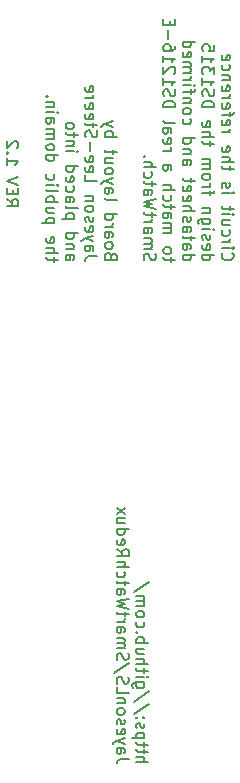
<source format=gbo>
%TF.GenerationSoftware,KiCad,Pcbnew,(5.1.9)-1*%
%TF.CreationDate,2021-05-18T21:14:01+08:00*%
%TF.ProjectId,SmartWatchRedux-E-SMT,536d6172-7457-4617-9463-685265647578,rev?*%
%TF.SameCoordinates,Original*%
%TF.FileFunction,Legend,Bot*%
%TF.FilePolarity,Positive*%
%FSLAX46Y46*%
G04 Gerber Fmt 4.6, Leading zero omitted, Abs format (unit mm)*
G04 Created by KiCad (PCBNEW (5.1.9)-1) date 2021-05-18 21:14:01*
%MOMM*%
%LPD*%
G01*
G04 APERTURE LIST*
%ADD10C,0.150000*%
G04 APERTURE END LIST*
D10*
X106227619Y-47227857D02*
X106703809Y-47561190D01*
X106227619Y-47799285D02*
X107227619Y-47799285D01*
X107227619Y-47418333D01*
X107180000Y-47323095D01*
X107132380Y-47275476D01*
X107037142Y-47227857D01*
X106894285Y-47227857D01*
X106799047Y-47275476D01*
X106751428Y-47323095D01*
X106703809Y-47418333D01*
X106703809Y-47799285D01*
X106751428Y-46799285D02*
X106751428Y-46465952D01*
X106227619Y-46323095D02*
X106227619Y-46799285D01*
X107227619Y-46799285D01*
X107227619Y-46323095D01*
X107227619Y-46037380D02*
X106227619Y-45704047D01*
X107227619Y-45370714D01*
X106227619Y-43751666D02*
X106227619Y-44323095D01*
X106227619Y-44037380D02*
X107227619Y-44037380D01*
X107084761Y-44132619D01*
X106989523Y-44227857D01*
X106941904Y-44323095D01*
X106322857Y-43323095D02*
X106275238Y-43275476D01*
X106227619Y-43323095D01*
X106275238Y-43370714D01*
X106322857Y-43323095D01*
X106227619Y-43323095D01*
X107132380Y-42894523D02*
X107180000Y-42846904D01*
X107227619Y-42751666D01*
X107227619Y-42513571D01*
X107180000Y-42418333D01*
X107132380Y-42370714D01*
X107037142Y-42323095D01*
X106941904Y-42323095D01*
X106799047Y-42370714D01*
X106227619Y-42942142D01*
X106227619Y-42323095D01*
X117212619Y-94914404D02*
X118212619Y-94914404D01*
X117212619Y-94485833D02*
X117736428Y-94485833D01*
X117831666Y-94533452D01*
X117879285Y-94628690D01*
X117879285Y-94771547D01*
X117831666Y-94866785D01*
X117784047Y-94914404D01*
X117879285Y-94152500D02*
X117879285Y-93771547D01*
X118212619Y-94009642D02*
X117355476Y-94009642D01*
X117260238Y-93962023D01*
X117212619Y-93866785D01*
X117212619Y-93771547D01*
X117879285Y-93581071D02*
X117879285Y-93200119D01*
X118212619Y-93438214D02*
X117355476Y-93438214D01*
X117260238Y-93390595D01*
X117212619Y-93295357D01*
X117212619Y-93200119D01*
X117879285Y-92866785D02*
X116879285Y-92866785D01*
X117831666Y-92866785D02*
X117879285Y-92771547D01*
X117879285Y-92581071D01*
X117831666Y-92485833D01*
X117784047Y-92438214D01*
X117688809Y-92390595D01*
X117403095Y-92390595D01*
X117307857Y-92438214D01*
X117260238Y-92485833D01*
X117212619Y-92581071D01*
X117212619Y-92771547D01*
X117260238Y-92866785D01*
X117260238Y-92009642D02*
X117212619Y-91914404D01*
X117212619Y-91723928D01*
X117260238Y-91628690D01*
X117355476Y-91581071D01*
X117403095Y-91581071D01*
X117498333Y-91628690D01*
X117545952Y-91723928D01*
X117545952Y-91866785D01*
X117593571Y-91962023D01*
X117688809Y-92009642D01*
X117736428Y-92009642D01*
X117831666Y-91962023D01*
X117879285Y-91866785D01*
X117879285Y-91723928D01*
X117831666Y-91628690D01*
X117307857Y-91152500D02*
X117260238Y-91104880D01*
X117212619Y-91152500D01*
X117260238Y-91200119D01*
X117307857Y-91152500D01*
X117212619Y-91152500D01*
X117831666Y-91152500D02*
X117784047Y-91104880D01*
X117736428Y-91152500D01*
X117784047Y-91200119D01*
X117831666Y-91152500D01*
X117736428Y-91152500D01*
X118260238Y-89962023D02*
X116974523Y-90819166D01*
X118260238Y-88914404D02*
X116974523Y-89771547D01*
X117879285Y-88152500D02*
X117069761Y-88152500D01*
X116974523Y-88200119D01*
X116926904Y-88247738D01*
X116879285Y-88342976D01*
X116879285Y-88485833D01*
X116926904Y-88581071D01*
X117260238Y-88152500D02*
X117212619Y-88247738D01*
X117212619Y-88438214D01*
X117260238Y-88533452D01*
X117307857Y-88581071D01*
X117403095Y-88628690D01*
X117688809Y-88628690D01*
X117784047Y-88581071D01*
X117831666Y-88533452D01*
X117879285Y-88438214D01*
X117879285Y-88247738D01*
X117831666Y-88152500D01*
X117212619Y-87676309D02*
X117879285Y-87676309D01*
X118212619Y-87676309D02*
X118165000Y-87723928D01*
X118117380Y-87676309D01*
X118165000Y-87628690D01*
X118212619Y-87676309D01*
X118117380Y-87676309D01*
X117879285Y-87342976D02*
X117879285Y-86962023D01*
X118212619Y-87200119D02*
X117355476Y-87200119D01*
X117260238Y-87152500D01*
X117212619Y-87057261D01*
X117212619Y-86962023D01*
X117212619Y-86628690D02*
X118212619Y-86628690D01*
X117212619Y-86200119D02*
X117736428Y-86200119D01*
X117831666Y-86247738D01*
X117879285Y-86342976D01*
X117879285Y-86485833D01*
X117831666Y-86581071D01*
X117784047Y-86628690D01*
X117879285Y-85295357D02*
X117212619Y-85295357D01*
X117879285Y-85723928D02*
X117355476Y-85723928D01*
X117260238Y-85676309D01*
X117212619Y-85581071D01*
X117212619Y-85438214D01*
X117260238Y-85342976D01*
X117307857Y-85295357D01*
X117212619Y-84819166D02*
X118212619Y-84819166D01*
X117831666Y-84819166D02*
X117879285Y-84723928D01*
X117879285Y-84533452D01*
X117831666Y-84438214D01*
X117784047Y-84390595D01*
X117688809Y-84342976D01*
X117403095Y-84342976D01*
X117307857Y-84390595D01*
X117260238Y-84438214D01*
X117212619Y-84533452D01*
X117212619Y-84723928D01*
X117260238Y-84819166D01*
X117307857Y-83914404D02*
X117260238Y-83866785D01*
X117212619Y-83914404D01*
X117260238Y-83962023D01*
X117307857Y-83914404D01*
X117212619Y-83914404D01*
X117260238Y-83009642D02*
X117212619Y-83104880D01*
X117212619Y-83295357D01*
X117260238Y-83390595D01*
X117307857Y-83438214D01*
X117403095Y-83485833D01*
X117688809Y-83485833D01*
X117784047Y-83438214D01*
X117831666Y-83390595D01*
X117879285Y-83295357D01*
X117879285Y-83104880D01*
X117831666Y-83009642D01*
X117212619Y-82438214D02*
X117260238Y-82533452D01*
X117307857Y-82581071D01*
X117403095Y-82628690D01*
X117688809Y-82628690D01*
X117784047Y-82581071D01*
X117831666Y-82533452D01*
X117879285Y-82438214D01*
X117879285Y-82295357D01*
X117831666Y-82200119D01*
X117784047Y-82152500D01*
X117688809Y-82104880D01*
X117403095Y-82104880D01*
X117307857Y-82152500D01*
X117260238Y-82200119D01*
X117212619Y-82295357D01*
X117212619Y-82438214D01*
X117212619Y-81676309D02*
X117879285Y-81676309D01*
X117784047Y-81676309D02*
X117831666Y-81628690D01*
X117879285Y-81533452D01*
X117879285Y-81390595D01*
X117831666Y-81295357D01*
X117736428Y-81247738D01*
X117212619Y-81247738D01*
X117736428Y-81247738D02*
X117831666Y-81200119D01*
X117879285Y-81104880D01*
X117879285Y-80962023D01*
X117831666Y-80866785D01*
X117736428Y-80819166D01*
X117212619Y-80819166D01*
X118260238Y-79628690D02*
X116974523Y-80485833D01*
X116562619Y-94628690D02*
X115848333Y-94628690D01*
X115705476Y-94676309D01*
X115610238Y-94771547D01*
X115562619Y-94914404D01*
X115562619Y-95009642D01*
X115562619Y-93723928D02*
X116086428Y-93723928D01*
X116181666Y-93771547D01*
X116229285Y-93866785D01*
X116229285Y-94057261D01*
X116181666Y-94152500D01*
X115610238Y-93723928D02*
X115562619Y-93819166D01*
X115562619Y-94057261D01*
X115610238Y-94152500D01*
X115705476Y-94200119D01*
X115800714Y-94200119D01*
X115895952Y-94152500D01*
X115943571Y-94057261D01*
X115943571Y-93819166D01*
X115991190Y-93723928D01*
X116229285Y-93342976D02*
X115562619Y-93104880D01*
X116229285Y-92866785D02*
X115562619Y-93104880D01*
X115324523Y-93200119D01*
X115276904Y-93247738D01*
X115229285Y-93342976D01*
X115610238Y-92104880D02*
X115562619Y-92200119D01*
X115562619Y-92390595D01*
X115610238Y-92485833D01*
X115705476Y-92533452D01*
X116086428Y-92533452D01*
X116181666Y-92485833D01*
X116229285Y-92390595D01*
X116229285Y-92200119D01*
X116181666Y-92104880D01*
X116086428Y-92057261D01*
X115991190Y-92057261D01*
X115895952Y-92533452D01*
X115610238Y-91676309D02*
X115562619Y-91581071D01*
X115562619Y-91390595D01*
X115610238Y-91295357D01*
X115705476Y-91247738D01*
X115753095Y-91247738D01*
X115848333Y-91295357D01*
X115895952Y-91390595D01*
X115895952Y-91533452D01*
X115943571Y-91628690D01*
X116038809Y-91676309D01*
X116086428Y-91676309D01*
X116181666Y-91628690D01*
X116229285Y-91533452D01*
X116229285Y-91390595D01*
X116181666Y-91295357D01*
X115562619Y-90676309D02*
X115610238Y-90771547D01*
X115657857Y-90819166D01*
X115753095Y-90866785D01*
X116038809Y-90866785D01*
X116134047Y-90819166D01*
X116181666Y-90771547D01*
X116229285Y-90676309D01*
X116229285Y-90533452D01*
X116181666Y-90438214D01*
X116134047Y-90390595D01*
X116038809Y-90342976D01*
X115753095Y-90342976D01*
X115657857Y-90390595D01*
X115610238Y-90438214D01*
X115562619Y-90533452D01*
X115562619Y-90676309D01*
X116229285Y-89914404D02*
X115562619Y-89914404D01*
X116134047Y-89914404D02*
X116181666Y-89866785D01*
X116229285Y-89771547D01*
X116229285Y-89628690D01*
X116181666Y-89533452D01*
X116086428Y-89485833D01*
X115562619Y-89485833D01*
X115562619Y-88533452D02*
X115562619Y-89009642D01*
X116562619Y-89009642D01*
X115610238Y-88247738D02*
X115562619Y-88104880D01*
X115562619Y-87866785D01*
X115610238Y-87771547D01*
X115657857Y-87723928D01*
X115753095Y-87676309D01*
X115848333Y-87676309D01*
X115943571Y-87723928D01*
X115991190Y-87771547D01*
X116038809Y-87866785D01*
X116086428Y-88057261D01*
X116134047Y-88152500D01*
X116181666Y-88200119D01*
X116276904Y-88247738D01*
X116372142Y-88247738D01*
X116467380Y-88200119D01*
X116515000Y-88152500D01*
X116562619Y-88057261D01*
X116562619Y-87819166D01*
X116515000Y-87676309D01*
X116610238Y-86533452D02*
X115324523Y-87390595D01*
X115610238Y-86247738D02*
X115562619Y-86104880D01*
X115562619Y-85866785D01*
X115610238Y-85771547D01*
X115657857Y-85723928D01*
X115753095Y-85676309D01*
X115848333Y-85676309D01*
X115943571Y-85723928D01*
X115991190Y-85771547D01*
X116038809Y-85866785D01*
X116086428Y-86057261D01*
X116134047Y-86152500D01*
X116181666Y-86200119D01*
X116276904Y-86247738D01*
X116372142Y-86247738D01*
X116467380Y-86200119D01*
X116515000Y-86152500D01*
X116562619Y-86057261D01*
X116562619Y-85819166D01*
X116515000Y-85676309D01*
X115562619Y-85247738D02*
X116229285Y-85247738D01*
X116134047Y-85247738D02*
X116181666Y-85200119D01*
X116229285Y-85104880D01*
X116229285Y-84962023D01*
X116181666Y-84866785D01*
X116086428Y-84819166D01*
X115562619Y-84819166D01*
X116086428Y-84819166D02*
X116181666Y-84771547D01*
X116229285Y-84676309D01*
X116229285Y-84533452D01*
X116181666Y-84438214D01*
X116086428Y-84390595D01*
X115562619Y-84390595D01*
X115562619Y-83485833D02*
X116086428Y-83485833D01*
X116181666Y-83533452D01*
X116229285Y-83628690D01*
X116229285Y-83819166D01*
X116181666Y-83914404D01*
X115610238Y-83485833D02*
X115562619Y-83581071D01*
X115562619Y-83819166D01*
X115610238Y-83914404D01*
X115705476Y-83962023D01*
X115800714Y-83962023D01*
X115895952Y-83914404D01*
X115943571Y-83819166D01*
X115943571Y-83581071D01*
X115991190Y-83485833D01*
X115562619Y-83009642D02*
X116229285Y-83009642D01*
X116038809Y-83009642D02*
X116134047Y-82962023D01*
X116181666Y-82914404D01*
X116229285Y-82819166D01*
X116229285Y-82723928D01*
X116229285Y-82533452D02*
X116229285Y-82152500D01*
X116562619Y-82390595D02*
X115705476Y-82390595D01*
X115610238Y-82342976D01*
X115562619Y-82247738D01*
X115562619Y-82152500D01*
X116562619Y-81914404D02*
X115562619Y-81676309D01*
X116276904Y-81485833D01*
X115562619Y-81295357D01*
X116562619Y-81057261D01*
X115562619Y-80247738D02*
X116086428Y-80247738D01*
X116181666Y-80295357D01*
X116229285Y-80390595D01*
X116229285Y-80581071D01*
X116181666Y-80676309D01*
X115610238Y-80247738D02*
X115562619Y-80342976D01*
X115562619Y-80581071D01*
X115610238Y-80676309D01*
X115705476Y-80723928D01*
X115800714Y-80723928D01*
X115895952Y-80676309D01*
X115943571Y-80581071D01*
X115943571Y-80342976D01*
X115991190Y-80247738D01*
X116229285Y-79914404D02*
X116229285Y-79533452D01*
X116562619Y-79771547D02*
X115705476Y-79771547D01*
X115610238Y-79723928D01*
X115562619Y-79628690D01*
X115562619Y-79533452D01*
X115610238Y-78771547D02*
X115562619Y-78866785D01*
X115562619Y-79057261D01*
X115610238Y-79152500D01*
X115657857Y-79200119D01*
X115753095Y-79247738D01*
X116038809Y-79247738D01*
X116134047Y-79200119D01*
X116181666Y-79152500D01*
X116229285Y-79057261D01*
X116229285Y-78866785D01*
X116181666Y-78771547D01*
X115562619Y-78342976D02*
X116562619Y-78342976D01*
X115562619Y-77914404D02*
X116086428Y-77914404D01*
X116181666Y-77962023D01*
X116229285Y-78057261D01*
X116229285Y-78200119D01*
X116181666Y-78295357D01*
X116134047Y-78342976D01*
X115562619Y-76866785D02*
X116038809Y-77200119D01*
X115562619Y-77438214D02*
X116562619Y-77438214D01*
X116562619Y-77057261D01*
X116515000Y-76962023D01*
X116467380Y-76914404D01*
X116372142Y-76866785D01*
X116229285Y-76866785D01*
X116134047Y-76914404D01*
X116086428Y-76962023D01*
X116038809Y-77057261D01*
X116038809Y-77438214D01*
X115610238Y-76057261D02*
X115562619Y-76152500D01*
X115562619Y-76342976D01*
X115610238Y-76438214D01*
X115705476Y-76485833D01*
X116086428Y-76485833D01*
X116181666Y-76438214D01*
X116229285Y-76342976D01*
X116229285Y-76152500D01*
X116181666Y-76057261D01*
X116086428Y-76009642D01*
X115991190Y-76009642D01*
X115895952Y-76485833D01*
X115562619Y-75152500D02*
X116562619Y-75152500D01*
X115610238Y-75152500D02*
X115562619Y-75247738D01*
X115562619Y-75438214D01*
X115610238Y-75533452D01*
X115657857Y-75581071D01*
X115753095Y-75628690D01*
X116038809Y-75628690D01*
X116134047Y-75581071D01*
X116181666Y-75533452D01*
X116229285Y-75438214D01*
X116229285Y-75247738D01*
X116181666Y-75152500D01*
X116229285Y-74247738D02*
X115562619Y-74247738D01*
X116229285Y-74676309D02*
X115705476Y-74676309D01*
X115610238Y-74628690D01*
X115562619Y-74533452D01*
X115562619Y-74390595D01*
X115610238Y-74295357D01*
X115657857Y-74247738D01*
X115562619Y-73866785D02*
X116229285Y-73342976D01*
X116229285Y-73866785D02*
X115562619Y-73342976D01*
X124542857Y-51797976D02*
X124495238Y-51845595D01*
X124447619Y-51988452D01*
X124447619Y-52083690D01*
X124495238Y-52226547D01*
X124590476Y-52321785D01*
X124685714Y-52369404D01*
X124876190Y-52417023D01*
X125019047Y-52417023D01*
X125209523Y-52369404D01*
X125304761Y-52321785D01*
X125400000Y-52226547D01*
X125447619Y-52083690D01*
X125447619Y-51988452D01*
X125400000Y-51845595D01*
X125352380Y-51797976D01*
X124447619Y-51369404D02*
X125114285Y-51369404D01*
X125447619Y-51369404D02*
X125400000Y-51417023D01*
X125352380Y-51369404D01*
X125400000Y-51321785D01*
X125447619Y-51369404D01*
X125352380Y-51369404D01*
X124447619Y-50893214D02*
X125114285Y-50893214D01*
X124923809Y-50893214D02*
X125019047Y-50845595D01*
X125066666Y-50797976D01*
X125114285Y-50702738D01*
X125114285Y-50607500D01*
X124495238Y-49845595D02*
X124447619Y-49940833D01*
X124447619Y-50131309D01*
X124495238Y-50226547D01*
X124542857Y-50274166D01*
X124638095Y-50321785D01*
X124923809Y-50321785D01*
X125019047Y-50274166D01*
X125066666Y-50226547D01*
X125114285Y-50131309D01*
X125114285Y-49940833D01*
X125066666Y-49845595D01*
X125114285Y-48988452D02*
X124447619Y-48988452D01*
X125114285Y-49417023D02*
X124590476Y-49417023D01*
X124495238Y-49369404D01*
X124447619Y-49274166D01*
X124447619Y-49131309D01*
X124495238Y-49036071D01*
X124542857Y-48988452D01*
X124447619Y-48512261D02*
X125114285Y-48512261D01*
X125447619Y-48512261D02*
X125400000Y-48559880D01*
X125352380Y-48512261D01*
X125400000Y-48464642D01*
X125447619Y-48512261D01*
X125352380Y-48512261D01*
X125114285Y-48178928D02*
X125114285Y-47797976D01*
X125447619Y-48036071D02*
X124590476Y-48036071D01*
X124495238Y-47988452D01*
X124447619Y-47893214D01*
X124447619Y-47797976D01*
X124447619Y-46702738D02*
X125114285Y-46702738D01*
X125447619Y-46702738D02*
X125400000Y-46750357D01*
X125352380Y-46702738D01*
X125400000Y-46655119D01*
X125447619Y-46702738D01*
X125352380Y-46702738D01*
X124495238Y-46274166D02*
X124447619Y-46178928D01*
X124447619Y-45988452D01*
X124495238Y-45893214D01*
X124590476Y-45845595D01*
X124638095Y-45845595D01*
X124733333Y-45893214D01*
X124780952Y-45988452D01*
X124780952Y-46131309D01*
X124828571Y-46226547D01*
X124923809Y-46274166D01*
X124971428Y-46274166D01*
X125066666Y-46226547D01*
X125114285Y-46131309D01*
X125114285Y-45988452D01*
X125066666Y-45893214D01*
X125114285Y-44797976D02*
X125114285Y-44417023D01*
X125447619Y-44655119D02*
X124590476Y-44655119D01*
X124495238Y-44607500D01*
X124447619Y-44512261D01*
X124447619Y-44417023D01*
X124447619Y-44083690D02*
X125447619Y-44083690D01*
X124447619Y-43655119D02*
X124971428Y-43655119D01*
X125066666Y-43702738D01*
X125114285Y-43797976D01*
X125114285Y-43940833D01*
X125066666Y-44036071D01*
X125019047Y-44083690D01*
X124495238Y-42797976D02*
X124447619Y-42893214D01*
X124447619Y-43083690D01*
X124495238Y-43178928D01*
X124590476Y-43226547D01*
X124971428Y-43226547D01*
X125066666Y-43178928D01*
X125114285Y-43083690D01*
X125114285Y-42893214D01*
X125066666Y-42797976D01*
X124971428Y-42750357D01*
X124876190Y-42750357D01*
X124780952Y-43226547D01*
X124447619Y-41559880D02*
X125114285Y-41559880D01*
X124923809Y-41559880D02*
X125019047Y-41512261D01*
X125066666Y-41464642D01*
X125114285Y-41369404D01*
X125114285Y-41274166D01*
X124495238Y-40559880D02*
X124447619Y-40655119D01*
X124447619Y-40845595D01*
X124495238Y-40940833D01*
X124590476Y-40988452D01*
X124971428Y-40988452D01*
X125066666Y-40940833D01*
X125114285Y-40845595D01*
X125114285Y-40655119D01*
X125066666Y-40559880D01*
X124971428Y-40512261D01*
X124876190Y-40512261D01*
X124780952Y-40988452D01*
X125114285Y-40226547D02*
X125114285Y-39845595D01*
X124447619Y-40083690D02*
X125304761Y-40083690D01*
X125400000Y-40036071D01*
X125447619Y-39940833D01*
X125447619Y-39845595D01*
X124495238Y-39131309D02*
X124447619Y-39226547D01*
X124447619Y-39417023D01*
X124495238Y-39512261D01*
X124590476Y-39559880D01*
X124971428Y-39559880D01*
X125066666Y-39512261D01*
X125114285Y-39417023D01*
X125114285Y-39226547D01*
X125066666Y-39131309D01*
X124971428Y-39083690D01*
X124876190Y-39083690D01*
X124780952Y-39559880D01*
X124447619Y-38655119D02*
X125114285Y-38655119D01*
X124923809Y-38655119D02*
X125019047Y-38607500D01*
X125066666Y-38559880D01*
X125114285Y-38464642D01*
X125114285Y-38369404D01*
X124495238Y-37655119D02*
X124447619Y-37750357D01*
X124447619Y-37940833D01*
X124495238Y-38036071D01*
X124590476Y-38083690D01*
X124971428Y-38083690D01*
X125066666Y-38036071D01*
X125114285Y-37940833D01*
X125114285Y-37750357D01*
X125066666Y-37655119D01*
X124971428Y-37607500D01*
X124876190Y-37607500D01*
X124780952Y-38083690D01*
X125114285Y-37178928D02*
X124447619Y-37178928D01*
X125019047Y-37178928D02*
X125066666Y-37131309D01*
X125114285Y-37036071D01*
X125114285Y-36893214D01*
X125066666Y-36797976D01*
X124971428Y-36750357D01*
X124447619Y-36750357D01*
X124495238Y-35845595D02*
X124447619Y-35940833D01*
X124447619Y-36131309D01*
X124495238Y-36226547D01*
X124542857Y-36274166D01*
X124638095Y-36321785D01*
X124923809Y-36321785D01*
X125019047Y-36274166D01*
X125066666Y-36226547D01*
X125114285Y-36131309D01*
X125114285Y-35940833D01*
X125066666Y-35845595D01*
X124495238Y-35036071D02*
X124447619Y-35131309D01*
X124447619Y-35321785D01*
X124495238Y-35417023D01*
X124590476Y-35464642D01*
X124971428Y-35464642D01*
X125066666Y-35417023D01*
X125114285Y-35321785D01*
X125114285Y-35131309D01*
X125066666Y-35036071D01*
X124971428Y-34988452D01*
X124876190Y-34988452D01*
X124780952Y-35464642D01*
X122797619Y-51940833D02*
X123797619Y-51940833D01*
X122845238Y-51940833D02*
X122797619Y-52036071D01*
X122797619Y-52226547D01*
X122845238Y-52321785D01*
X122892857Y-52369404D01*
X122988095Y-52417023D01*
X123273809Y-52417023D01*
X123369047Y-52369404D01*
X123416666Y-52321785D01*
X123464285Y-52226547D01*
X123464285Y-52036071D01*
X123416666Y-51940833D01*
X122845238Y-51083690D02*
X122797619Y-51178928D01*
X122797619Y-51369404D01*
X122845238Y-51464642D01*
X122940476Y-51512261D01*
X123321428Y-51512261D01*
X123416666Y-51464642D01*
X123464285Y-51369404D01*
X123464285Y-51178928D01*
X123416666Y-51083690D01*
X123321428Y-51036071D01*
X123226190Y-51036071D01*
X123130952Y-51512261D01*
X122845238Y-50655119D02*
X122797619Y-50559880D01*
X122797619Y-50369404D01*
X122845238Y-50274166D01*
X122940476Y-50226547D01*
X122988095Y-50226547D01*
X123083333Y-50274166D01*
X123130952Y-50369404D01*
X123130952Y-50512261D01*
X123178571Y-50607500D01*
X123273809Y-50655119D01*
X123321428Y-50655119D01*
X123416666Y-50607500D01*
X123464285Y-50512261D01*
X123464285Y-50369404D01*
X123416666Y-50274166D01*
X122797619Y-49797976D02*
X123464285Y-49797976D01*
X123797619Y-49797976D02*
X123750000Y-49845595D01*
X123702380Y-49797976D01*
X123750000Y-49750357D01*
X123797619Y-49797976D01*
X123702380Y-49797976D01*
X123464285Y-48893214D02*
X122654761Y-48893214D01*
X122559523Y-48940833D01*
X122511904Y-48988452D01*
X122464285Y-49083690D01*
X122464285Y-49226547D01*
X122511904Y-49321785D01*
X122845238Y-48893214D02*
X122797619Y-48988452D01*
X122797619Y-49178928D01*
X122845238Y-49274166D01*
X122892857Y-49321785D01*
X122988095Y-49369404D01*
X123273809Y-49369404D01*
X123369047Y-49321785D01*
X123416666Y-49274166D01*
X123464285Y-49178928D01*
X123464285Y-48988452D01*
X123416666Y-48893214D01*
X123464285Y-48417023D02*
X122797619Y-48417023D01*
X123369047Y-48417023D02*
X123416666Y-48369404D01*
X123464285Y-48274166D01*
X123464285Y-48131309D01*
X123416666Y-48036071D01*
X123321428Y-47988452D01*
X122797619Y-47988452D01*
X123464285Y-46893214D02*
X123464285Y-46512261D01*
X122797619Y-46750357D02*
X123654761Y-46750357D01*
X123750000Y-46702738D01*
X123797619Y-46607500D01*
X123797619Y-46512261D01*
X122797619Y-46178928D02*
X123464285Y-46178928D01*
X123273809Y-46178928D02*
X123369047Y-46131309D01*
X123416666Y-46083690D01*
X123464285Y-45988452D01*
X123464285Y-45893214D01*
X122797619Y-45417023D02*
X122845238Y-45512261D01*
X122892857Y-45559880D01*
X122988095Y-45607500D01*
X123273809Y-45607500D01*
X123369047Y-45559880D01*
X123416666Y-45512261D01*
X123464285Y-45417023D01*
X123464285Y-45274166D01*
X123416666Y-45178928D01*
X123369047Y-45131309D01*
X123273809Y-45083690D01*
X122988095Y-45083690D01*
X122892857Y-45131309D01*
X122845238Y-45178928D01*
X122797619Y-45274166D01*
X122797619Y-45417023D01*
X122797619Y-44655119D02*
X123464285Y-44655119D01*
X123369047Y-44655119D02*
X123416666Y-44607500D01*
X123464285Y-44512261D01*
X123464285Y-44369404D01*
X123416666Y-44274166D01*
X123321428Y-44226547D01*
X122797619Y-44226547D01*
X123321428Y-44226547D02*
X123416666Y-44178928D01*
X123464285Y-44083690D01*
X123464285Y-43940833D01*
X123416666Y-43845595D01*
X123321428Y-43797976D01*
X122797619Y-43797976D01*
X123464285Y-42702738D02*
X123464285Y-42321785D01*
X123797619Y-42559880D02*
X122940476Y-42559880D01*
X122845238Y-42512261D01*
X122797619Y-42417023D01*
X122797619Y-42321785D01*
X122797619Y-41988452D02*
X123797619Y-41988452D01*
X122797619Y-41559880D02*
X123321428Y-41559880D01*
X123416666Y-41607500D01*
X123464285Y-41702738D01*
X123464285Y-41845595D01*
X123416666Y-41940833D01*
X123369047Y-41988452D01*
X122845238Y-40702738D02*
X122797619Y-40797976D01*
X122797619Y-40988452D01*
X122845238Y-41083690D01*
X122940476Y-41131309D01*
X123321428Y-41131309D01*
X123416666Y-41083690D01*
X123464285Y-40988452D01*
X123464285Y-40797976D01*
X123416666Y-40702738D01*
X123321428Y-40655119D01*
X123226190Y-40655119D01*
X123130952Y-41131309D01*
X122797619Y-39464642D02*
X123797619Y-39464642D01*
X123797619Y-39226547D01*
X123750000Y-39083690D01*
X123654761Y-38988452D01*
X123559523Y-38940833D01*
X123369047Y-38893214D01*
X123226190Y-38893214D01*
X123035714Y-38940833D01*
X122940476Y-38988452D01*
X122845238Y-39083690D01*
X122797619Y-39226547D01*
X122797619Y-39464642D01*
X122845238Y-38512261D02*
X122797619Y-38369404D01*
X122797619Y-38131309D01*
X122845238Y-38036071D01*
X122892857Y-37988452D01*
X122988095Y-37940833D01*
X123083333Y-37940833D01*
X123178571Y-37988452D01*
X123226190Y-38036071D01*
X123273809Y-38131309D01*
X123321428Y-38321785D01*
X123369047Y-38417023D01*
X123416666Y-38464642D01*
X123511904Y-38512261D01*
X123607142Y-38512261D01*
X123702380Y-38464642D01*
X123750000Y-38417023D01*
X123797619Y-38321785D01*
X123797619Y-38083690D01*
X123750000Y-37940833D01*
X122797619Y-36988452D02*
X122797619Y-37559880D01*
X122797619Y-37274166D02*
X123797619Y-37274166D01*
X123654761Y-37369404D01*
X123559523Y-37464642D01*
X123511904Y-37559880D01*
X123797619Y-36655119D02*
X123797619Y-36036071D01*
X123416666Y-36369404D01*
X123416666Y-36226547D01*
X123369047Y-36131309D01*
X123321428Y-36083690D01*
X123226190Y-36036071D01*
X122988095Y-36036071D01*
X122892857Y-36083690D01*
X122845238Y-36131309D01*
X122797619Y-36226547D01*
X122797619Y-36512261D01*
X122845238Y-36607500D01*
X122892857Y-36655119D01*
X122797619Y-35083690D02*
X122797619Y-35655119D01*
X122797619Y-35369404D02*
X123797619Y-35369404D01*
X123654761Y-35464642D01*
X123559523Y-35559880D01*
X123511904Y-35655119D01*
X123797619Y-34178928D02*
X123797619Y-34655119D01*
X123321428Y-34702738D01*
X123369047Y-34655119D01*
X123416666Y-34559880D01*
X123416666Y-34321785D01*
X123369047Y-34226547D01*
X123321428Y-34178928D01*
X123226190Y-34131309D01*
X122988095Y-34131309D01*
X122892857Y-34178928D01*
X122845238Y-34226547D01*
X122797619Y-34321785D01*
X122797619Y-34559880D01*
X122845238Y-34655119D01*
X122892857Y-34702738D01*
X121147619Y-51940833D02*
X122147619Y-51940833D01*
X121195238Y-51940833D02*
X121147619Y-52036071D01*
X121147619Y-52226547D01*
X121195238Y-52321785D01*
X121242857Y-52369404D01*
X121338095Y-52417023D01*
X121623809Y-52417023D01*
X121719047Y-52369404D01*
X121766666Y-52321785D01*
X121814285Y-52226547D01*
X121814285Y-52036071D01*
X121766666Y-51940833D01*
X121147619Y-51036071D02*
X121671428Y-51036071D01*
X121766666Y-51083690D01*
X121814285Y-51178928D01*
X121814285Y-51369404D01*
X121766666Y-51464642D01*
X121195238Y-51036071D02*
X121147619Y-51131309D01*
X121147619Y-51369404D01*
X121195238Y-51464642D01*
X121290476Y-51512261D01*
X121385714Y-51512261D01*
X121480952Y-51464642D01*
X121528571Y-51369404D01*
X121528571Y-51131309D01*
X121576190Y-51036071D01*
X121814285Y-50702738D02*
X121814285Y-50321785D01*
X122147619Y-50559880D02*
X121290476Y-50559880D01*
X121195238Y-50512261D01*
X121147619Y-50417023D01*
X121147619Y-50321785D01*
X121147619Y-49559880D02*
X121671428Y-49559880D01*
X121766666Y-49607500D01*
X121814285Y-49702738D01*
X121814285Y-49893214D01*
X121766666Y-49988452D01*
X121195238Y-49559880D02*
X121147619Y-49655119D01*
X121147619Y-49893214D01*
X121195238Y-49988452D01*
X121290476Y-50036071D01*
X121385714Y-50036071D01*
X121480952Y-49988452D01*
X121528571Y-49893214D01*
X121528571Y-49655119D01*
X121576190Y-49559880D01*
X121195238Y-49131309D02*
X121147619Y-49036071D01*
X121147619Y-48845595D01*
X121195238Y-48750357D01*
X121290476Y-48702738D01*
X121338095Y-48702738D01*
X121433333Y-48750357D01*
X121480952Y-48845595D01*
X121480952Y-48988452D01*
X121528571Y-49083690D01*
X121623809Y-49131309D01*
X121671428Y-49131309D01*
X121766666Y-49083690D01*
X121814285Y-48988452D01*
X121814285Y-48845595D01*
X121766666Y-48750357D01*
X121147619Y-48274166D02*
X122147619Y-48274166D01*
X121147619Y-47845595D02*
X121671428Y-47845595D01*
X121766666Y-47893214D01*
X121814285Y-47988452D01*
X121814285Y-48131309D01*
X121766666Y-48226547D01*
X121719047Y-48274166D01*
X121195238Y-46988452D02*
X121147619Y-47083690D01*
X121147619Y-47274166D01*
X121195238Y-47369404D01*
X121290476Y-47417023D01*
X121671428Y-47417023D01*
X121766666Y-47369404D01*
X121814285Y-47274166D01*
X121814285Y-47083690D01*
X121766666Y-46988452D01*
X121671428Y-46940833D01*
X121576190Y-46940833D01*
X121480952Y-47417023D01*
X121195238Y-46131309D02*
X121147619Y-46226547D01*
X121147619Y-46417023D01*
X121195238Y-46512261D01*
X121290476Y-46559880D01*
X121671428Y-46559880D01*
X121766666Y-46512261D01*
X121814285Y-46417023D01*
X121814285Y-46226547D01*
X121766666Y-46131309D01*
X121671428Y-46083690D01*
X121576190Y-46083690D01*
X121480952Y-46559880D01*
X121814285Y-45797976D02*
X121814285Y-45417023D01*
X122147619Y-45655119D02*
X121290476Y-45655119D01*
X121195238Y-45607500D01*
X121147619Y-45512261D01*
X121147619Y-45417023D01*
X121147619Y-43893214D02*
X121671428Y-43893214D01*
X121766666Y-43940833D01*
X121814285Y-44036071D01*
X121814285Y-44226547D01*
X121766666Y-44321785D01*
X121195238Y-43893214D02*
X121147619Y-43988452D01*
X121147619Y-44226547D01*
X121195238Y-44321785D01*
X121290476Y-44369404D01*
X121385714Y-44369404D01*
X121480952Y-44321785D01*
X121528571Y-44226547D01*
X121528571Y-43988452D01*
X121576190Y-43893214D01*
X121814285Y-43417023D02*
X121147619Y-43417023D01*
X121719047Y-43417023D02*
X121766666Y-43369404D01*
X121814285Y-43274166D01*
X121814285Y-43131309D01*
X121766666Y-43036071D01*
X121671428Y-42988452D01*
X121147619Y-42988452D01*
X121147619Y-42083690D02*
X122147619Y-42083690D01*
X121195238Y-42083690D02*
X121147619Y-42178928D01*
X121147619Y-42369404D01*
X121195238Y-42464642D01*
X121242857Y-42512261D01*
X121338095Y-42559880D01*
X121623809Y-42559880D01*
X121719047Y-42512261D01*
X121766666Y-42464642D01*
X121814285Y-42369404D01*
X121814285Y-42178928D01*
X121766666Y-42083690D01*
X121195238Y-40417023D02*
X121147619Y-40512261D01*
X121147619Y-40702738D01*
X121195238Y-40797976D01*
X121242857Y-40845595D01*
X121338095Y-40893214D01*
X121623809Y-40893214D01*
X121719047Y-40845595D01*
X121766666Y-40797976D01*
X121814285Y-40702738D01*
X121814285Y-40512261D01*
X121766666Y-40417023D01*
X121147619Y-39845595D02*
X121195238Y-39940833D01*
X121242857Y-39988452D01*
X121338095Y-40036071D01*
X121623809Y-40036071D01*
X121719047Y-39988452D01*
X121766666Y-39940833D01*
X121814285Y-39845595D01*
X121814285Y-39702738D01*
X121766666Y-39607500D01*
X121719047Y-39559880D01*
X121623809Y-39512261D01*
X121338095Y-39512261D01*
X121242857Y-39559880D01*
X121195238Y-39607500D01*
X121147619Y-39702738D01*
X121147619Y-39845595D01*
X121814285Y-39083690D02*
X121147619Y-39083690D01*
X121719047Y-39083690D02*
X121766666Y-39036071D01*
X121814285Y-38940833D01*
X121814285Y-38797976D01*
X121766666Y-38702738D01*
X121671428Y-38655119D01*
X121147619Y-38655119D01*
X121814285Y-38321785D02*
X121814285Y-37940833D01*
X121147619Y-38178928D02*
X122004761Y-38178928D01*
X122100000Y-38131309D01*
X122147619Y-38036071D01*
X122147619Y-37940833D01*
X121147619Y-37607500D02*
X121814285Y-37607500D01*
X122147619Y-37607500D02*
X122100000Y-37655119D01*
X122052380Y-37607500D01*
X122100000Y-37559880D01*
X122147619Y-37607500D01*
X122052380Y-37607500D01*
X121147619Y-37131309D02*
X121814285Y-37131309D01*
X121623809Y-37131309D02*
X121719047Y-37083690D01*
X121766666Y-37036071D01*
X121814285Y-36940833D01*
X121814285Y-36845595D01*
X121147619Y-36512261D02*
X121814285Y-36512261D01*
X121719047Y-36512261D02*
X121766666Y-36464642D01*
X121814285Y-36369404D01*
X121814285Y-36226547D01*
X121766666Y-36131309D01*
X121671428Y-36083690D01*
X121147619Y-36083690D01*
X121671428Y-36083690D02*
X121766666Y-36036071D01*
X121814285Y-35940833D01*
X121814285Y-35797976D01*
X121766666Y-35702738D01*
X121671428Y-35655119D01*
X121147619Y-35655119D01*
X121195238Y-34797976D02*
X121147619Y-34893214D01*
X121147619Y-35083690D01*
X121195238Y-35178928D01*
X121290476Y-35226547D01*
X121671428Y-35226547D01*
X121766666Y-35178928D01*
X121814285Y-35083690D01*
X121814285Y-34893214D01*
X121766666Y-34797976D01*
X121671428Y-34750357D01*
X121576190Y-34750357D01*
X121480952Y-35226547D01*
X121147619Y-33893214D02*
X122147619Y-33893214D01*
X121195238Y-33893214D02*
X121147619Y-33988452D01*
X121147619Y-34178928D01*
X121195238Y-34274166D01*
X121242857Y-34321785D01*
X121338095Y-34369404D01*
X121623809Y-34369404D01*
X121719047Y-34321785D01*
X121766666Y-34274166D01*
X121814285Y-34178928D01*
X121814285Y-33988452D01*
X121766666Y-33893214D01*
X120164285Y-52512261D02*
X120164285Y-52131309D01*
X120497619Y-52369404D02*
X119640476Y-52369404D01*
X119545238Y-52321785D01*
X119497619Y-52226547D01*
X119497619Y-52131309D01*
X119497619Y-51655119D02*
X119545238Y-51750357D01*
X119592857Y-51797976D01*
X119688095Y-51845595D01*
X119973809Y-51845595D01*
X120069047Y-51797976D01*
X120116666Y-51750357D01*
X120164285Y-51655119D01*
X120164285Y-51512261D01*
X120116666Y-51417023D01*
X120069047Y-51369404D01*
X119973809Y-51321785D01*
X119688095Y-51321785D01*
X119592857Y-51369404D01*
X119545238Y-51417023D01*
X119497619Y-51512261D01*
X119497619Y-51655119D01*
X119497619Y-50131309D02*
X120164285Y-50131309D01*
X120069047Y-50131309D02*
X120116666Y-50083690D01*
X120164285Y-49988452D01*
X120164285Y-49845595D01*
X120116666Y-49750357D01*
X120021428Y-49702738D01*
X119497619Y-49702738D01*
X120021428Y-49702738D02*
X120116666Y-49655119D01*
X120164285Y-49559880D01*
X120164285Y-49417023D01*
X120116666Y-49321785D01*
X120021428Y-49274166D01*
X119497619Y-49274166D01*
X119497619Y-48369404D02*
X120021428Y-48369404D01*
X120116666Y-48417023D01*
X120164285Y-48512261D01*
X120164285Y-48702738D01*
X120116666Y-48797976D01*
X119545238Y-48369404D02*
X119497619Y-48464642D01*
X119497619Y-48702738D01*
X119545238Y-48797976D01*
X119640476Y-48845595D01*
X119735714Y-48845595D01*
X119830952Y-48797976D01*
X119878571Y-48702738D01*
X119878571Y-48464642D01*
X119926190Y-48369404D01*
X120164285Y-48036071D02*
X120164285Y-47655119D01*
X120497619Y-47893214D02*
X119640476Y-47893214D01*
X119545238Y-47845595D01*
X119497619Y-47750357D01*
X119497619Y-47655119D01*
X119545238Y-46893214D02*
X119497619Y-46988452D01*
X119497619Y-47178928D01*
X119545238Y-47274166D01*
X119592857Y-47321785D01*
X119688095Y-47369404D01*
X119973809Y-47369404D01*
X120069047Y-47321785D01*
X120116666Y-47274166D01*
X120164285Y-47178928D01*
X120164285Y-46988452D01*
X120116666Y-46893214D01*
X119497619Y-46464642D02*
X120497619Y-46464642D01*
X119497619Y-46036071D02*
X120021428Y-46036071D01*
X120116666Y-46083690D01*
X120164285Y-46178928D01*
X120164285Y-46321785D01*
X120116666Y-46417023D01*
X120069047Y-46464642D01*
X119497619Y-44369404D02*
X120021428Y-44369404D01*
X120116666Y-44417023D01*
X120164285Y-44512261D01*
X120164285Y-44702738D01*
X120116666Y-44797976D01*
X119545238Y-44369404D02*
X119497619Y-44464642D01*
X119497619Y-44702738D01*
X119545238Y-44797976D01*
X119640476Y-44845595D01*
X119735714Y-44845595D01*
X119830952Y-44797976D01*
X119878571Y-44702738D01*
X119878571Y-44464642D01*
X119926190Y-44369404D01*
X119497619Y-43131309D02*
X120164285Y-43131309D01*
X119973809Y-43131309D02*
X120069047Y-43083690D01*
X120116666Y-43036071D01*
X120164285Y-42940833D01*
X120164285Y-42845595D01*
X119545238Y-42131309D02*
X119497619Y-42226547D01*
X119497619Y-42417023D01*
X119545238Y-42512261D01*
X119640476Y-42559880D01*
X120021428Y-42559880D01*
X120116666Y-42512261D01*
X120164285Y-42417023D01*
X120164285Y-42226547D01*
X120116666Y-42131309D01*
X120021428Y-42083690D01*
X119926190Y-42083690D01*
X119830952Y-42559880D01*
X119497619Y-41226547D02*
X120021428Y-41226547D01*
X120116666Y-41274166D01*
X120164285Y-41369404D01*
X120164285Y-41559880D01*
X120116666Y-41655119D01*
X119545238Y-41226547D02*
X119497619Y-41321785D01*
X119497619Y-41559880D01*
X119545238Y-41655119D01*
X119640476Y-41702738D01*
X119735714Y-41702738D01*
X119830952Y-41655119D01*
X119878571Y-41559880D01*
X119878571Y-41321785D01*
X119926190Y-41226547D01*
X119497619Y-40607500D02*
X119545238Y-40702738D01*
X119640476Y-40750357D01*
X120497619Y-40750357D01*
X119497619Y-39464642D02*
X120497619Y-39464642D01*
X120497619Y-39226547D01*
X120450000Y-39083690D01*
X120354761Y-38988452D01*
X120259523Y-38940833D01*
X120069047Y-38893214D01*
X119926190Y-38893214D01*
X119735714Y-38940833D01*
X119640476Y-38988452D01*
X119545238Y-39083690D01*
X119497619Y-39226547D01*
X119497619Y-39464642D01*
X119545238Y-38512261D02*
X119497619Y-38369404D01*
X119497619Y-38131309D01*
X119545238Y-38036071D01*
X119592857Y-37988452D01*
X119688095Y-37940833D01*
X119783333Y-37940833D01*
X119878571Y-37988452D01*
X119926190Y-38036071D01*
X119973809Y-38131309D01*
X120021428Y-38321785D01*
X120069047Y-38417023D01*
X120116666Y-38464642D01*
X120211904Y-38512261D01*
X120307142Y-38512261D01*
X120402380Y-38464642D01*
X120450000Y-38417023D01*
X120497619Y-38321785D01*
X120497619Y-38083690D01*
X120450000Y-37940833D01*
X119497619Y-36988452D02*
X119497619Y-37559880D01*
X119497619Y-37274166D02*
X120497619Y-37274166D01*
X120354761Y-37369404D01*
X120259523Y-37464642D01*
X120211904Y-37559880D01*
X120402380Y-36607500D02*
X120450000Y-36559880D01*
X120497619Y-36464642D01*
X120497619Y-36226547D01*
X120450000Y-36131309D01*
X120402380Y-36083690D01*
X120307142Y-36036071D01*
X120211904Y-36036071D01*
X120069047Y-36083690D01*
X119497619Y-36655119D01*
X119497619Y-36036071D01*
X119497619Y-35083690D02*
X119497619Y-35655119D01*
X119497619Y-35369404D02*
X120497619Y-35369404D01*
X120354761Y-35464642D01*
X120259523Y-35559880D01*
X120211904Y-35655119D01*
X120497619Y-34226547D02*
X120497619Y-34417023D01*
X120450000Y-34512261D01*
X120402380Y-34559880D01*
X120259523Y-34655119D01*
X120069047Y-34702738D01*
X119688095Y-34702738D01*
X119592857Y-34655119D01*
X119545238Y-34607500D01*
X119497619Y-34512261D01*
X119497619Y-34321785D01*
X119545238Y-34226547D01*
X119592857Y-34178928D01*
X119688095Y-34131309D01*
X119926190Y-34131309D01*
X120021428Y-34178928D01*
X120069047Y-34226547D01*
X120116666Y-34321785D01*
X120116666Y-34512261D01*
X120069047Y-34607500D01*
X120021428Y-34655119D01*
X119926190Y-34702738D01*
X119878571Y-33702738D02*
X119878571Y-32940833D01*
X120021428Y-32464642D02*
X120021428Y-32131309D01*
X119497619Y-31988452D02*
X119497619Y-32464642D01*
X120497619Y-32464642D01*
X120497619Y-31988452D01*
X117895238Y-52417023D02*
X117847619Y-52274166D01*
X117847619Y-52036071D01*
X117895238Y-51940833D01*
X117942857Y-51893214D01*
X118038095Y-51845595D01*
X118133333Y-51845595D01*
X118228571Y-51893214D01*
X118276190Y-51940833D01*
X118323809Y-52036071D01*
X118371428Y-52226547D01*
X118419047Y-52321785D01*
X118466666Y-52369404D01*
X118561904Y-52417023D01*
X118657142Y-52417023D01*
X118752380Y-52369404D01*
X118800000Y-52321785D01*
X118847619Y-52226547D01*
X118847619Y-51988452D01*
X118800000Y-51845595D01*
X117847619Y-51417023D02*
X118514285Y-51417023D01*
X118419047Y-51417023D02*
X118466666Y-51369404D01*
X118514285Y-51274166D01*
X118514285Y-51131309D01*
X118466666Y-51036071D01*
X118371428Y-50988452D01*
X117847619Y-50988452D01*
X118371428Y-50988452D02*
X118466666Y-50940833D01*
X118514285Y-50845595D01*
X118514285Y-50702738D01*
X118466666Y-50607500D01*
X118371428Y-50559880D01*
X117847619Y-50559880D01*
X117847619Y-49655119D02*
X118371428Y-49655119D01*
X118466666Y-49702738D01*
X118514285Y-49797976D01*
X118514285Y-49988452D01*
X118466666Y-50083690D01*
X117895238Y-49655119D02*
X117847619Y-49750357D01*
X117847619Y-49988452D01*
X117895238Y-50083690D01*
X117990476Y-50131309D01*
X118085714Y-50131309D01*
X118180952Y-50083690D01*
X118228571Y-49988452D01*
X118228571Y-49750357D01*
X118276190Y-49655119D01*
X117847619Y-49178928D02*
X118514285Y-49178928D01*
X118323809Y-49178928D02*
X118419047Y-49131309D01*
X118466666Y-49083690D01*
X118514285Y-48988452D01*
X118514285Y-48893214D01*
X118514285Y-48702738D02*
X118514285Y-48321785D01*
X118847619Y-48559880D02*
X117990476Y-48559880D01*
X117895238Y-48512261D01*
X117847619Y-48417023D01*
X117847619Y-48321785D01*
X118847619Y-48083690D02*
X117847619Y-47845595D01*
X118561904Y-47655119D01*
X117847619Y-47464642D01*
X118847619Y-47226547D01*
X117847619Y-46417023D02*
X118371428Y-46417023D01*
X118466666Y-46464642D01*
X118514285Y-46559880D01*
X118514285Y-46750357D01*
X118466666Y-46845595D01*
X117895238Y-46417023D02*
X117847619Y-46512261D01*
X117847619Y-46750357D01*
X117895238Y-46845595D01*
X117990476Y-46893214D01*
X118085714Y-46893214D01*
X118180952Y-46845595D01*
X118228571Y-46750357D01*
X118228571Y-46512261D01*
X118276190Y-46417023D01*
X118514285Y-46083690D02*
X118514285Y-45702738D01*
X118847619Y-45940833D02*
X117990476Y-45940833D01*
X117895238Y-45893214D01*
X117847619Y-45797976D01*
X117847619Y-45702738D01*
X117895238Y-44940833D02*
X117847619Y-45036071D01*
X117847619Y-45226547D01*
X117895238Y-45321785D01*
X117942857Y-45369404D01*
X118038095Y-45417023D01*
X118323809Y-45417023D01*
X118419047Y-45369404D01*
X118466666Y-45321785D01*
X118514285Y-45226547D01*
X118514285Y-45036071D01*
X118466666Y-44940833D01*
X117847619Y-44512261D02*
X118847619Y-44512261D01*
X117847619Y-44083690D02*
X118371428Y-44083690D01*
X118466666Y-44131309D01*
X118514285Y-44226547D01*
X118514285Y-44369404D01*
X118466666Y-44464642D01*
X118419047Y-44512261D01*
X117942857Y-43607500D02*
X117895238Y-43559880D01*
X117847619Y-43607500D01*
X117895238Y-43655119D01*
X117942857Y-43607500D01*
X117847619Y-43607500D01*
X115071428Y-52036071D02*
X115023809Y-51893214D01*
X114976190Y-51845595D01*
X114880952Y-51797976D01*
X114738095Y-51797976D01*
X114642857Y-51845595D01*
X114595238Y-51893214D01*
X114547619Y-51988452D01*
X114547619Y-52369404D01*
X115547619Y-52369404D01*
X115547619Y-52036071D01*
X115500000Y-51940833D01*
X115452380Y-51893214D01*
X115357142Y-51845595D01*
X115261904Y-51845595D01*
X115166666Y-51893214D01*
X115119047Y-51940833D01*
X115071428Y-52036071D01*
X115071428Y-52369404D01*
X114547619Y-51226547D02*
X114595238Y-51321785D01*
X114642857Y-51369404D01*
X114738095Y-51417023D01*
X115023809Y-51417023D01*
X115119047Y-51369404D01*
X115166666Y-51321785D01*
X115214285Y-51226547D01*
X115214285Y-51083690D01*
X115166666Y-50988452D01*
X115119047Y-50940833D01*
X115023809Y-50893214D01*
X114738095Y-50893214D01*
X114642857Y-50940833D01*
X114595238Y-50988452D01*
X114547619Y-51083690D01*
X114547619Y-51226547D01*
X114547619Y-50036071D02*
X115071428Y-50036071D01*
X115166666Y-50083690D01*
X115214285Y-50178928D01*
X115214285Y-50369404D01*
X115166666Y-50464642D01*
X114595238Y-50036071D02*
X114547619Y-50131309D01*
X114547619Y-50369404D01*
X114595238Y-50464642D01*
X114690476Y-50512261D01*
X114785714Y-50512261D01*
X114880952Y-50464642D01*
X114928571Y-50369404D01*
X114928571Y-50131309D01*
X114976190Y-50036071D01*
X114547619Y-49559880D02*
X115214285Y-49559880D01*
X115023809Y-49559880D02*
X115119047Y-49512261D01*
X115166666Y-49464642D01*
X115214285Y-49369404D01*
X115214285Y-49274166D01*
X114547619Y-48512261D02*
X115547619Y-48512261D01*
X114595238Y-48512261D02*
X114547619Y-48607500D01*
X114547619Y-48797976D01*
X114595238Y-48893214D01*
X114642857Y-48940833D01*
X114738095Y-48988452D01*
X115023809Y-48988452D01*
X115119047Y-48940833D01*
X115166666Y-48893214D01*
X115214285Y-48797976D01*
X115214285Y-48607500D01*
X115166666Y-48512261D01*
X114547619Y-47131309D02*
X114595238Y-47226547D01*
X114690476Y-47274166D01*
X115547619Y-47274166D01*
X114547619Y-46321785D02*
X115071428Y-46321785D01*
X115166666Y-46369404D01*
X115214285Y-46464642D01*
X115214285Y-46655119D01*
X115166666Y-46750357D01*
X114595238Y-46321785D02*
X114547619Y-46417023D01*
X114547619Y-46655119D01*
X114595238Y-46750357D01*
X114690476Y-46797976D01*
X114785714Y-46797976D01*
X114880952Y-46750357D01*
X114928571Y-46655119D01*
X114928571Y-46417023D01*
X114976190Y-46321785D01*
X115214285Y-45940833D02*
X114547619Y-45702738D01*
X115214285Y-45464642D02*
X114547619Y-45702738D01*
X114309523Y-45797976D01*
X114261904Y-45845595D01*
X114214285Y-45940833D01*
X114547619Y-44940833D02*
X114595238Y-45036071D01*
X114642857Y-45083690D01*
X114738095Y-45131309D01*
X115023809Y-45131309D01*
X115119047Y-45083690D01*
X115166666Y-45036071D01*
X115214285Y-44940833D01*
X115214285Y-44797976D01*
X115166666Y-44702738D01*
X115119047Y-44655119D01*
X115023809Y-44607500D01*
X114738095Y-44607500D01*
X114642857Y-44655119D01*
X114595238Y-44702738D01*
X114547619Y-44797976D01*
X114547619Y-44940833D01*
X115214285Y-43750357D02*
X114547619Y-43750357D01*
X115214285Y-44178928D02*
X114690476Y-44178928D01*
X114595238Y-44131309D01*
X114547619Y-44036071D01*
X114547619Y-43893214D01*
X114595238Y-43797976D01*
X114642857Y-43750357D01*
X115214285Y-43417023D02*
X115214285Y-43036071D01*
X115547619Y-43274166D02*
X114690476Y-43274166D01*
X114595238Y-43226547D01*
X114547619Y-43131309D01*
X114547619Y-43036071D01*
X114547619Y-41940833D02*
X115547619Y-41940833D01*
X115166666Y-41940833D02*
X115214285Y-41845595D01*
X115214285Y-41655119D01*
X115166666Y-41559880D01*
X115119047Y-41512261D01*
X115023809Y-41464642D01*
X114738095Y-41464642D01*
X114642857Y-41512261D01*
X114595238Y-41559880D01*
X114547619Y-41655119D01*
X114547619Y-41845595D01*
X114595238Y-41940833D01*
X115214285Y-41131309D02*
X114547619Y-40893214D01*
X115214285Y-40655119D02*
X114547619Y-40893214D01*
X114309523Y-40988452D01*
X114261904Y-41036071D01*
X114214285Y-41131309D01*
X113897619Y-52083690D02*
X113183333Y-52083690D01*
X113040476Y-52131309D01*
X112945238Y-52226547D01*
X112897619Y-52369404D01*
X112897619Y-52464642D01*
X112897619Y-51178928D02*
X113421428Y-51178928D01*
X113516666Y-51226547D01*
X113564285Y-51321785D01*
X113564285Y-51512261D01*
X113516666Y-51607500D01*
X112945238Y-51178928D02*
X112897619Y-51274166D01*
X112897619Y-51512261D01*
X112945238Y-51607500D01*
X113040476Y-51655119D01*
X113135714Y-51655119D01*
X113230952Y-51607500D01*
X113278571Y-51512261D01*
X113278571Y-51274166D01*
X113326190Y-51178928D01*
X113564285Y-50797976D02*
X112897619Y-50559880D01*
X113564285Y-50321785D02*
X112897619Y-50559880D01*
X112659523Y-50655119D01*
X112611904Y-50702738D01*
X112564285Y-50797976D01*
X112945238Y-49559880D02*
X112897619Y-49655119D01*
X112897619Y-49845595D01*
X112945238Y-49940833D01*
X113040476Y-49988452D01*
X113421428Y-49988452D01*
X113516666Y-49940833D01*
X113564285Y-49845595D01*
X113564285Y-49655119D01*
X113516666Y-49559880D01*
X113421428Y-49512261D01*
X113326190Y-49512261D01*
X113230952Y-49988452D01*
X112945238Y-49131309D02*
X112897619Y-49036071D01*
X112897619Y-48845595D01*
X112945238Y-48750357D01*
X113040476Y-48702738D01*
X113088095Y-48702738D01*
X113183333Y-48750357D01*
X113230952Y-48845595D01*
X113230952Y-48988452D01*
X113278571Y-49083690D01*
X113373809Y-49131309D01*
X113421428Y-49131309D01*
X113516666Y-49083690D01*
X113564285Y-48988452D01*
X113564285Y-48845595D01*
X113516666Y-48750357D01*
X112897619Y-48131309D02*
X112945238Y-48226547D01*
X112992857Y-48274166D01*
X113088095Y-48321785D01*
X113373809Y-48321785D01*
X113469047Y-48274166D01*
X113516666Y-48226547D01*
X113564285Y-48131309D01*
X113564285Y-47988452D01*
X113516666Y-47893214D01*
X113469047Y-47845595D01*
X113373809Y-47797976D01*
X113088095Y-47797976D01*
X112992857Y-47845595D01*
X112945238Y-47893214D01*
X112897619Y-47988452D01*
X112897619Y-48131309D01*
X113564285Y-47369404D02*
X112897619Y-47369404D01*
X113469047Y-47369404D02*
X113516666Y-47321785D01*
X113564285Y-47226547D01*
X113564285Y-47083690D01*
X113516666Y-46988452D01*
X113421428Y-46940833D01*
X112897619Y-46940833D01*
X112897619Y-45226547D02*
X112897619Y-45702738D01*
X113897619Y-45702738D01*
X112945238Y-44512261D02*
X112897619Y-44607500D01*
X112897619Y-44797976D01*
X112945238Y-44893214D01*
X113040476Y-44940833D01*
X113421428Y-44940833D01*
X113516666Y-44893214D01*
X113564285Y-44797976D01*
X113564285Y-44607500D01*
X113516666Y-44512261D01*
X113421428Y-44464642D01*
X113326190Y-44464642D01*
X113230952Y-44940833D01*
X112945238Y-43655119D02*
X112897619Y-43750357D01*
X112897619Y-43940833D01*
X112945238Y-44036071D01*
X113040476Y-44083690D01*
X113421428Y-44083690D01*
X113516666Y-44036071D01*
X113564285Y-43940833D01*
X113564285Y-43750357D01*
X113516666Y-43655119D01*
X113421428Y-43607500D01*
X113326190Y-43607500D01*
X113230952Y-44083690D01*
X113278571Y-43178928D02*
X113278571Y-42417023D01*
X112945238Y-41988452D02*
X112897619Y-41845595D01*
X112897619Y-41607500D01*
X112945238Y-41512261D01*
X112992857Y-41464642D01*
X113088095Y-41417023D01*
X113183333Y-41417023D01*
X113278571Y-41464642D01*
X113326190Y-41512261D01*
X113373809Y-41607500D01*
X113421428Y-41797976D01*
X113469047Y-41893214D01*
X113516666Y-41940833D01*
X113611904Y-41988452D01*
X113707142Y-41988452D01*
X113802380Y-41940833D01*
X113850000Y-41893214D01*
X113897619Y-41797976D01*
X113897619Y-41559880D01*
X113850000Y-41417023D01*
X113564285Y-41131309D02*
X113564285Y-40750357D01*
X113897619Y-40988452D02*
X113040476Y-40988452D01*
X112945238Y-40940833D01*
X112897619Y-40845595D01*
X112897619Y-40750357D01*
X112945238Y-40036071D02*
X112897619Y-40131309D01*
X112897619Y-40321785D01*
X112945238Y-40417023D01*
X113040476Y-40464642D01*
X113421428Y-40464642D01*
X113516666Y-40417023D01*
X113564285Y-40321785D01*
X113564285Y-40131309D01*
X113516666Y-40036071D01*
X113421428Y-39988452D01*
X113326190Y-39988452D01*
X113230952Y-40464642D01*
X112945238Y-39178928D02*
X112897619Y-39274166D01*
X112897619Y-39464642D01*
X112945238Y-39559880D01*
X113040476Y-39607500D01*
X113421428Y-39607500D01*
X113516666Y-39559880D01*
X113564285Y-39464642D01*
X113564285Y-39274166D01*
X113516666Y-39178928D01*
X113421428Y-39131309D01*
X113326190Y-39131309D01*
X113230952Y-39607500D01*
X112897619Y-38702738D02*
X113564285Y-38702738D01*
X113373809Y-38702738D02*
X113469047Y-38655119D01*
X113516666Y-38607500D01*
X113564285Y-38512261D01*
X113564285Y-38417023D01*
X112945238Y-37702738D02*
X112897619Y-37797976D01*
X112897619Y-37988452D01*
X112945238Y-38083690D01*
X113040476Y-38131309D01*
X113421428Y-38131309D01*
X113516666Y-38083690D01*
X113564285Y-37988452D01*
X113564285Y-37797976D01*
X113516666Y-37702738D01*
X113421428Y-37655119D01*
X113326190Y-37655119D01*
X113230952Y-38131309D01*
X111247619Y-51940833D02*
X111771428Y-51940833D01*
X111866666Y-51988452D01*
X111914285Y-52083690D01*
X111914285Y-52274166D01*
X111866666Y-52369404D01*
X111295238Y-51940833D02*
X111247619Y-52036071D01*
X111247619Y-52274166D01*
X111295238Y-52369404D01*
X111390476Y-52417023D01*
X111485714Y-52417023D01*
X111580952Y-52369404D01*
X111628571Y-52274166D01*
X111628571Y-52036071D01*
X111676190Y-51940833D01*
X111914285Y-51464642D02*
X111247619Y-51464642D01*
X111819047Y-51464642D02*
X111866666Y-51417023D01*
X111914285Y-51321785D01*
X111914285Y-51178928D01*
X111866666Y-51083690D01*
X111771428Y-51036071D01*
X111247619Y-51036071D01*
X111247619Y-50131309D02*
X112247619Y-50131309D01*
X111295238Y-50131309D02*
X111247619Y-50226547D01*
X111247619Y-50417023D01*
X111295238Y-50512261D01*
X111342857Y-50559880D01*
X111438095Y-50607500D01*
X111723809Y-50607500D01*
X111819047Y-50559880D01*
X111866666Y-50512261D01*
X111914285Y-50417023D01*
X111914285Y-50226547D01*
X111866666Y-50131309D01*
X111914285Y-48893214D02*
X110914285Y-48893214D01*
X111866666Y-48893214D02*
X111914285Y-48797976D01*
X111914285Y-48607500D01*
X111866666Y-48512261D01*
X111819047Y-48464642D01*
X111723809Y-48417023D01*
X111438095Y-48417023D01*
X111342857Y-48464642D01*
X111295238Y-48512261D01*
X111247619Y-48607500D01*
X111247619Y-48797976D01*
X111295238Y-48893214D01*
X111247619Y-47845595D02*
X111295238Y-47940833D01*
X111390476Y-47988452D01*
X112247619Y-47988452D01*
X111247619Y-47036071D02*
X111771428Y-47036071D01*
X111866666Y-47083690D01*
X111914285Y-47178928D01*
X111914285Y-47369404D01*
X111866666Y-47464642D01*
X111295238Y-47036071D02*
X111247619Y-47131309D01*
X111247619Y-47369404D01*
X111295238Y-47464642D01*
X111390476Y-47512261D01*
X111485714Y-47512261D01*
X111580952Y-47464642D01*
X111628571Y-47369404D01*
X111628571Y-47131309D01*
X111676190Y-47036071D01*
X111295238Y-46131309D02*
X111247619Y-46226547D01*
X111247619Y-46417023D01*
X111295238Y-46512261D01*
X111342857Y-46559880D01*
X111438095Y-46607500D01*
X111723809Y-46607500D01*
X111819047Y-46559880D01*
X111866666Y-46512261D01*
X111914285Y-46417023D01*
X111914285Y-46226547D01*
X111866666Y-46131309D01*
X111295238Y-45321785D02*
X111247619Y-45417023D01*
X111247619Y-45607500D01*
X111295238Y-45702738D01*
X111390476Y-45750357D01*
X111771428Y-45750357D01*
X111866666Y-45702738D01*
X111914285Y-45607500D01*
X111914285Y-45417023D01*
X111866666Y-45321785D01*
X111771428Y-45274166D01*
X111676190Y-45274166D01*
X111580952Y-45750357D01*
X111247619Y-44417023D02*
X112247619Y-44417023D01*
X111295238Y-44417023D02*
X111247619Y-44512261D01*
X111247619Y-44702738D01*
X111295238Y-44797976D01*
X111342857Y-44845595D01*
X111438095Y-44893214D01*
X111723809Y-44893214D01*
X111819047Y-44845595D01*
X111866666Y-44797976D01*
X111914285Y-44702738D01*
X111914285Y-44512261D01*
X111866666Y-44417023D01*
X111247619Y-43178928D02*
X111914285Y-43178928D01*
X112247619Y-43178928D02*
X112200000Y-43226547D01*
X112152380Y-43178928D01*
X112200000Y-43131309D01*
X112247619Y-43178928D01*
X112152380Y-43178928D01*
X111914285Y-42702738D02*
X111247619Y-42702738D01*
X111819047Y-42702738D02*
X111866666Y-42655119D01*
X111914285Y-42559880D01*
X111914285Y-42417023D01*
X111866666Y-42321785D01*
X111771428Y-42274166D01*
X111247619Y-42274166D01*
X111914285Y-41940833D02*
X111914285Y-41559880D01*
X112247619Y-41797976D02*
X111390476Y-41797976D01*
X111295238Y-41750357D01*
X111247619Y-41655119D01*
X111247619Y-41559880D01*
X111247619Y-41083690D02*
X111295238Y-41178928D01*
X111342857Y-41226547D01*
X111438095Y-41274166D01*
X111723809Y-41274166D01*
X111819047Y-41226547D01*
X111866666Y-41178928D01*
X111914285Y-41083690D01*
X111914285Y-40940833D01*
X111866666Y-40845595D01*
X111819047Y-40797976D01*
X111723809Y-40750357D01*
X111438095Y-40750357D01*
X111342857Y-40797976D01*
X111295238Y-40845595D01*
X111247619Y-40940833D01*
X111247619Y-41083690D01*
X110264285Y-52512261D02*
X110264285Y-52131309D01*
X110597619Y-52369404D02*
X109740476Y-52369404D01*
X109645238Y-52321785D01*
X109597619Y-52226547D01*
X109597619Y-52131309D01*
X109597619Y-51797976D02*
X110597619Y-51797976D01*
X109597619Y-51369404D02*
X110121428Y-51369404D01*
X110216666Y-51417023D01*
X110264285Y-51512261D01*
X110264285Y-51655119D01*
X110216666Y-51750357D01*
X110169047Y-51797976D01*
X109645238Y-50512261D02*
X109597619Y-50607500D01*
X109597619Y-50797976D01*
X109645238Y-50893214D01*
X109740476Y-50940833D01*
X110121428Y-50940833D01*
X110216666Y-50893214D01*
X110264285Y-50797976D01*
X110264285Y-50607500D01*
X110216666Y-50512261D01*
X110121428Y-50464642D01*
X110026190Y-50464642D01*
X109930952Y-50940833D01*
X110264285Y-49274166D02*
X109264285Y-49274166D01*
X110216666Y-49274166D02*
X110264285Y-49178928D01*
X110264285Y-48988452D01*
X110216666Y-48893214D01*
X110169047Y-48845595D01*
X110073809Y-48797976D01*
X109788095Y-48797976D01*
X109692857Y-48845595D01*
X109645238Y-48893214D01*
X109597619Y-48988452D01*
X109597619Y-49178928D01*
X109645238Y-49274166D01*
X110264285Y-47940833D02*
X109597619Y-47940833D01*
X110264285Y-48369404D02*
X109740476Y-48369404D01*
X109645238Y-48321785D01*
X109597619Y-48226547D01*
X109597619Y-48083690D01*
X109645238Y-47988452D01*
X109692857Y-47940833D01*
X109597619Y-47464642D02*
X110597619Y-47464642D01*
X110216666Y-47464642D02*
X110264285Y-47369404D01*
X110264285Y-47178928D01*
X110216666Y-47083690D01*
X110169047Y-47036071D01*
X110073809Y-46988452D01*
X109788095Y-46988452D01*
X109692857Y-47036071D01*
X109645238Y-47083690D01*
X109597619Y-47178928D01*
X109597619Y-47369404D01*
X109645238Y-47464642D01*
X109597619Y-46417023D02*
X109645238Y-46512261D01*
X109740476Y-46559880D01*
X110597619Y-46559880D01*
X109597619Y-46036071D02*
X110264285Y-46036071D01*
X110597619Y-46036071D02*
X110550000Y-46083690D01*
X110502380Y-46036071D01*
X110550000Y-45988452D01*
X110597619Y-46036071D01*
X110502380Y-46036071D01*
X109645238Y-45131309D02*
X109597619Y-45226547D01*
X109597619Y-45417023D01*
X109645238Y-45512261D01*
X109692857Y-45559880D01*
X109788095Y-45607500D01*
X110073809Y-45607500D01*
X110169047Y-45559880D01*
X110216666Y-45512261D01*
X110264285Y-45417023D01*
X110264285Y-45226547D01*
X110216666Y-45131309D01*
X109597619Y-43512261D02*
X110597619Y-43512261D01*
X109645238Y-43512261D02*
X109597619Y-43607500D01*
X109597619Y-43797976D01*
X109645238Y-43893214D01*
X109692857Y-43940833D01*
X109788095Y-43988452D01*
X110073809Y-43988452D01*
X110169047Y-43940833D01*
X110216666Y-43893214D01*
X110264285Y-43797976D01*
X110264285Y-43607500D01*
X110216666Y-43512261D01*
X109597619Y-42893214D02*
X109645238Y-42988452D01*
X109692857Y-43036071D01*
X109788095Y-43083690D01*
X110073809Y-43083690D01*
X110169047Y-43036071D01*
X110216666Y-42988452D01*
X110264285Y-42893214D01*
X110264285Y-42750357D01*
X110216666Y-42655119D01*
X110169047Y-42607500D01*
X110073809Y-42559880D01*
X109788095Y-42559880D01*
X109692857Y-42607500D01*
X109645238Y-42655119D01*
X109597619Y-42750357D01*
X109597619Y-42893214D01*
X109597619Y-42131309D02*
X110264285Y-42131309D01*
X110169047Y-42131309D02*
X110216666Y-42083690D01*
X110264285Y-41988452D01*
X110264285Y-41845595D01*
X110216666Y-41750357D01*
X110121428Y-41702738D01*
X109597619Y-41702738D01*
X110121428Y-41702738D02*
X110216666Y-41655119D01*
X110264285Y-41559880D01*
X110264285Y-41417023D01*
X110216666Y-41321785D01*
X110121428Y-41274166D01*
X109597619Y-41274166D01*
X109597619Y-40369404D02*
X110121428Y-40369404D01*
X110216666Y-40417023D01*
X110264285Y-40512261D01*
X110264285Y-40702738D01*
X110216666Y-40797976D01*
X109645238Y-40369404D02*
X109597619Y-40464642D01*
X109597619Y-40702738D01*
X109645238Y-40797976D01*
X109740476Y-40845595D01*
X109835714Y-40845595D01*
X109930952Y-40797976D01*
X109978571Y-40702738D01*
X109978571Y-40464642D01*
X110026190Y-40369404D01*
X109597619Y-39893214D02*
X110264285Y-39893214D01*
X110597619Y-39893214D02*
X110550000Y-39940833D01*
X110502380Y-39893214D01*
X110550000Y-39845595D01*
X110597619Y-39893214D01*
X110502380Y-39893214D01*
X110264285Y-39417023D02*
X109597619Y-39417023D01*
X110169047Y-39417023D02*
X110216666Y-39369404D01*
X110264285Y-39274166D01*
X110264285Y-39131309D01*
X110216666Y-39036071D01*
X110121428Y-38988452D01*
X109597619Y-38988452D01*
X109692857Y-38512261D02*
X109645238Y-38464642D01*
X109597619Y-38512261D01*
X109645238Y-38559880D01*
X109692857Y-38512261D01*
X109597619Y-38512261D01*
M02*

</source>
